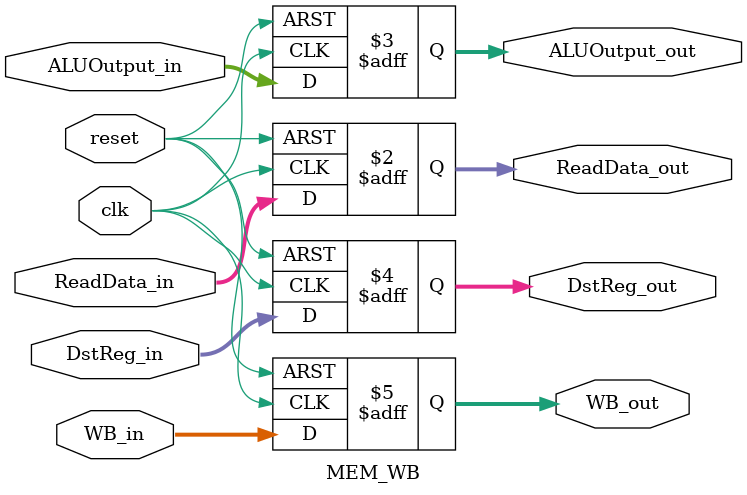
<source format=v>
`timescale 1ns / 1ps

module MEM_WB(
    output reg [31:0] ReadData_out,
    output reg [31:0] ALUOutput_out,
    output reg [4:0] DstReg_out,
    output reg [1:0] WB_out,
    input [31:0] ReadData_in,
    input [31:0] ALUOutput_in,
    input [4:0] DstReg_in,
    input [1:0] WB_in,
    input clk,
    input reset
    );
    
    always@(posedge clk or posedge reset)
    begin
    if (reset)
    begin
    ReadData_out <= 0;
    ALUOutput_out <= 0;
    DstReg_out <= 0;
    WB_out <= 0;
    end
    else
    begin
    ReadData_out <= ReadData_in;
    ALUOutput_out <= ALUOutput_in;
    DstReg_out <= DstReg_in;
    WB_out <= WB_in;
    end
    end
endmodule

</source>
